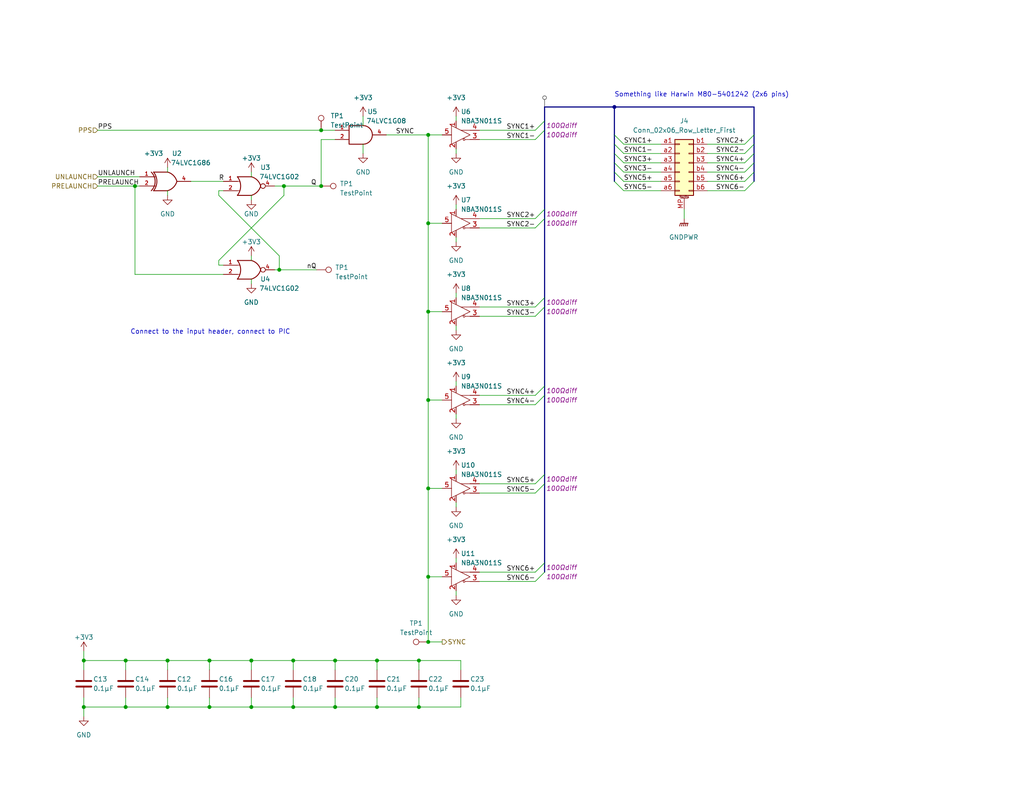
<source format=kicad_sch>
(kicad_sch (version 20230121) (generator eeschema)
  (paper "USLetter")
  (title_block (title "FOXSI-4 Plenum Board") (rev "1") (company "University of Minnesota") (comment 1 "Author: Thanasi Pantazides, panta013@umn.edu"))
  (lib_symbols
    (symbol "74xGxx:74LVC1G02" (pin_names (offset 1.016))
      (property "Reference" "U" (at -2.54 3.81 0))
      (property "Value" "74LVC1G02" (at 0 -3.81 0))
      (symbol "74LVC1G02_0_1"
        (arc (start -3.81 -2.54) (mid -2.919 0) (end -3.81 2.54) (stroke (width 0.254)))
        (arc (start 0 -2.54) (mid 1.601 -1.601) (end 2.54 0) (stroke (width 0.254)))
        (polyline (pts (xy -3.81 -1.27) (xy -3.175 -1.27)))
        (polyline (pts (xy -3.81 1.27) (xy -3.175 1.27)))
        (polyline (pts (xy 0 -2.54) (xy -3.81 -2.54)) (stroke (width 0.254)) (fill (type background)))
        (polyline (pts (xy 0 2.54) (xy -3.81 2.54)) (stroke (width 0.254)) (fill (type background)))
        (arc (start 2.54 0) (mid 1.6136 1.6136) (end 0 2.54) (stroke (width 0.254)))
      )
      (symbol "74LVC1G02_1_1"
        (pin input line (at -7.62 1.27 0) (length 3.81) (name "~") (number "1"))
        (pin input line (at -7.62 -1.27 0) (length 3.81) (name "~") (number "2"))
        (pin power_in line (at 0 -2.54 270) (length 0) hide (name "GND") (number "3"))
        (pin output inverted (at 6.35 0 180) (length 3.81) (name "~") (number "4"))
        (pin power_in line (at 0 2.54 90) (length 0) hide (name "VCC") (number "5"))
      )
    )
    (symbol "74xGxx:74LVC1G08" (pin_names (offset 1.016))
      (property "Reference" "U" (at -2.54 3.81 0))
      (property "Value" "74LVC1G08" (at 0 -3.81 0))
      (symbol "74LVC1G08_0_1"
        (arc (start 0 -2.54) (mid 2.529 0) (end 0 2.54) (stroke (width 0.254)))
        (polyline (pts (xy 0 -2.54) (xy -3.81 -2.54) (xy -3.81 2.54) (xy 0 2.54)) (stroke (width 0.254)))
      )
      (symbol "74LVC1G08_1_1"
        (pin input line (at -7.62 1.27 0) (length 3.81) (name "~") (number "1"))
        (pin input line (at -7.62 -1.27 0) (length 3.81) (name "~") (number "2"))
        (pin power_in line (at 0 -2.54 270) (length 0) hide (name "GND") (number "3"))
        (pin output line (at 6.35 0 180) (length 3.81) (name "~") (number "4"))
        (pin power_in line (at 0 2.54 90) (length 0) hide (name "VCC") (number "5"))
      )
    )
    (symbol "74xGxx:74LVC1G86" (pin_names (offset 1.016))
      (property "Reference" "U" (at -2.54 3.81 0))
      (property "Value" "74LVC1G86" (at 0 -3.81 0))
      (symbol "74LVC1G86_0_1"
        (arc (start -4.445 -2.54) (mid -3.3929 0) (end -4.445 2.54) (stroke (width 0.254)))
        (arc (start -3.81 -2.54) (mid -2.919 0) (end -3.81 2.54) (stroke (width 0.254)))
        (arc (start 0 -2.54) (mid 1.601 -1.601) (end 2.54 0) (stroke (width 0.254)))
        (polyline (pts (xy -3.81 -1.27) (xy -3.175 -1.27)))
        (polyline (pts (xy -3.81 1.27) (xy -3.175 1.27)))
        (polyline (pts (xy 0 -2.54) (xy -3.81 -2.54)) (stroke (width 0.254)) (fill (type background)))
        (polyline (pts (xy 0 2.54) (xy -3.81 2.54)) (stroke (width 0.254)) (fill (type background)))
        (arc (start 2.54 0) (mid 1.6136 1.6136) (end 0 2.54) (stroke (width 0.254)))
      )
      (symbol "74LVC1G86_1_1"
        (pin input line (at -7.62 1.27 0) (length 3.81) (name "~") (number "1"))
        (pin input line (at -7.62 -1.27 0) (length 3.81) (name "~") (number "2"))
        (pin power_in line (at 0 -2.54 270) (length 0) hide (name "GND") (number "3"))
        (pin output line (at 6.35 0 180) (length 3.81) (name "~") (number "4"))
        (pin power_in line (at 0 2.54 90) (length 0) hide (name "VCC") (number "5"))
      )
    )
    (symbol "Connector:TestPoint" (pin_numbers hide) (pin_names (offset 0.762) hide)
      (property "Reference" "TP" (at 0 6.858 0))
      (property "Value" "TestPoint" (at 0 5.08 0))
      (symbol "TestPoint_0_1"
        (circle (center 0 3.302) (radius 0.762))
      )
      (symbol "TestPoint_1_1"
        (pin passive line (at 0 0 90) (length 2.54) (name "1") (number "1"))
      )
    )
    (symbol "Connector_Generic_MountingPin:Conn_02x06_Row_Letter_First_MountingPin" (pin_names (offset 1.016) hide)
      (property "Reference" "J" (at 1.27 7.62 0))
      (property "Value" "Conn_02x06_Row_Letter_First_MountingPin" (at 2.54 -10.16 0))
      (symbol "Conn_02x06_Row_Letter_First_MountingPin_1_1"
        (rectangle (start -1.27 -7.493) (end 0 -7.747) (stroke (width 0.1524)))
        (rectangle (start -1.27 -4.953) (end 0 -5.207) (stroke (width 0.1524)))
        (rectangle (start -1.27 -2.413) (end 0 -2.667) (stroke (width 0.1524)))
        (rectangle (start -1.27 0.127) (end 0 -0.127) (stroke (width 0.1524)))
        (rectangle (start -1.27 2.667) (end 0 2.413) (stroke (width 0.1524)))
        (rectangle (start -1.27 5.207) (end 0 4.953) (stroke (width 0.1524)))
        (rectangle (start -1.27 6.35) (end 3.81 -8.89) (stroke (width 0.254)) (fill (type background)))
        (polyline (pts (xy 0.254 -9.652) (xy 2.286 -9.652)) (stroke (width 0.1524)))
        (rectangle (start 3.81 -7.493) (end 2.54 -7.747) (stroke (width 0.1524)))
        (rectangle (start 3.81 -4.953) (end 2.54 -5.207) (stroke (width 0.1524)))
        (rectangle (start 3.81 -2.413) (end 2.54 -2.667) (stroke (width 0.1524)))
        (rectangle (start 3.81 0.127) (end 2.54 -0.127) (stroke (width 0.1524)))
        (rectangle (start 3.81 2.667) (end 2.54 2.413) (stroke (width 0.1524)))
        (rectangle (start 3.81 5.207) (end 2.54 4.953) (stroke (width 0.1524)))
        (text "Mounting" (at 1.27 -9.271 0) (effects (font (size 0.381 0.381))))
        (pin passive line (at 1.27 -12.7 90) (length 3.048) (name "MountPin") (number "MP"))
        (pin passive line (at -5.08 5.08 0) (length 3.81) (name "Pin_a1") (number "a1"))
        (pin passive line (at -5.08 2.54 0) (length 3.81) (name "Pin_a2") (number "a2"))
        (pin passive line (at -5.08 0 0) (length 3.81) (name "Pin_a3") (number "a3"))
        (pin passive line (at -5.08 -2.54 0) (length 3.81) (name "Pin_a4") (number "a4"))
        (pin passive line (at -5.08 -5.08 0) (length 3.81) (name "Pin_a5") (number "a5"))
        (pin passive line (at -5.08 -7.62 0) (length 3.81) (name "Pin_a6") (number "a6"))
        (pin passive line (at 7.62 5.08 180) (length 3.81) (name "Pin_b1") (number "b1"))
        (pin passive line (at 7.62 2.54 180) (length 3.81) (name "Pin_b2") (number "b2"))
        (pin passive line (at 7.62 0 180) (length 3.81) (name "Pin_b3") (number "b3"))
        (pin passive line (at 7.62 -2.54 180) (length 3.81) (name "Pin_b4") (number "b4"))
        (pin passive line (at 7.62 -5.08 180) (length 3.81) (name "Pin_b5") (number "b5"))
        (pin passive line (at 7.62 -7.62 180) (length 3.81) (name "Pin_b6") (number "b6"))
      )
    )
    (symbol "Device:C" (pin_numbers hide) (pin_names (offset 0.254))
      (property "Reference" "C" (at 0.635 2.54 0))
      (property "Value" "C" (at 0.635 -2.54 0))
      (symbol "C_0_1"
        (polyline (pts (xy -2.032 -0.762) (xy 2.032 -0.762)) (stroke (width 0.508)))
        (polyline (pts (xy -2.032 0.762) (xy 2.032 0.762)) (stroke (width 0.508)))
      )
      (symbol "C_1_1"
        (pin passive line (at 0 3.81 270) (length 2.794) (name "~") (number "1"))
        (pin passive line (at 0 -3.81 90) (length 2.794) (name "~") (number "2"))
      )
    )
    (symbol "Interface_LineDriver:NBA3N011S"
      (property "Reference" "U" (at 0 3.81 0))
      (property "Value" "NBA3N011S" (at 5.08 1.27 0))
      (symbol "NBA3N011S_0_1"
        (polyline (pts (xy 0 -2.54) (xy 2.54 -2.54)))
        (polyline (pts (xy 1.27 -5.08) (xy 2.54 -5.08)))
        (polyline (pts (xy -2.54 -1.27) (xy -2.54 -6.35) (xy 2.54 -3.81) (xy -2.54 -1.27)))
        (circle (center 0.889 -5.08) (radius 0.254))
      )
      (symbol "NBA3N011S_1_1"
        (pin power_in line (at -1.27 0 270) (length 1.8) (name "") (number "1"))
        (pin passive line (at -1.27 -7.62 90) (length 1.8) (name "") (number "2"))
        (pin input line (at 5.08 -5.08 180) (length 2.54) (name "") (number "3"))
        (pin input line (at 5.08 -2.54 180) (length 2.54) (name "") (number "4"))
        (pin input line (at -5.08 -3.81 0) (length 2.54) (name "") (number "5"))
      )
    )
    (symbol "power:+3V3" (power) (pin_names (offset 0))
      (property "Value" "+3V3" (at 0 3.556 0))
      (symbol "+3V3_0_1"
        (polyline (pts (xy -0.762 1.27) (xy 0 2.54)))
        (polyline (pts (xy 0 0) (xy 0 2.54)))
        (polyline (pts (xy 0 2.54) (xy 0.762 1.27)))
      )
      (symbol "+3V3_1_1"
        (pin power_in line (at 0 0 90) (length 0) hide (name "+3V3") (number "1"))
      )
    )
    (symbol "power:GND" (power) (pin_names (offset 0))
      (property "Value" "GND" (at 0 -3.81 0))
      (symbol "GND_0_1"
        (polyline (pts (xy 0 0) (xy 0 -1.27) (xy 1.27 -1.27) (xy 0 -2.54) (xy -1.27 -1.27) (xy 0 -1.27)))
      )
      (symbol "GND_1_1"
        (pin power_in line (at 0 0 270) (length 0) hide (name "GND") (number "1"))
      )
    )
    (symbol "power:GNDPWR" (power) (pin_names (offset 0))
      (property "Value" "GNDPWR" (at 0 -3.302 0))
      (symbol "GNDPWR_0_1"
        (polyline (pts (xy 0 -1.27) (xy 0 0)))
        (polyline (pts (xy -1.016 -1.27) (xy -1.27 -2.032) (xy -1.27 -2.032)) (stroke (width 0.2032)))
        (polyline (pts (xy -0.508 -1.27) (xy -0.762 -2.032) (xy -0.762 -2.032)) (stroke (width 0.2032)))
        (polyline (pts (xy 0 -1.27) (xy -0.254 -2.032) (xy -0.254 -2.032)) (stroke (width 0.2032)))
        (polyline (pts (xy 0.508 -1.27) (xy 0.254 -2.032) (xy 0.254 -2.032)) (stroke (width 0.2032)))
        (polyline (pts (xy 1.016 -1.27) (xy -1.016 -1.27) (xy -1.016 -1.27)) (stroke (width 0.2032)))
        (polyline (pts (xy 1.016 -1.27) (xy 0.762 -2.032) (xy 0.762 -2.032) (xy 0.762 -2.032)) (stroke (width 0.2032)))
      )
      (symbol "GNDPWR_1_1"
        (pin power_in line (at 0 0 270) (length 0) hide (name "GNDPWR") (number "1"))
      )
    )
  )
  (junction (at 102.87 180.34))
  (junction (at 22.86 193.04))
  (junction (at 80.01 193.04))
  (junction (at 34.29 193.04))
  (junction (at 87.63 50.8))
  (junction (at 114.3 193.04))
  (junction (at 91.44 180.34))
  (junction (at 76.2 73.66))
  (junction (at 77.47 50.8))
  (junction (at 114.3 180.34))
  (junction (at 45.72 193.04))
  (junction (at 116.84 109.22))
  (junction (at 91.44 193.04))
  (junction (at 167.64 29.21))
  (junction (at 36.83 50.8))
  (junction (at 57.15 180.34))
  (junction (at 102.87 193.04))
  (junction (at 116.84 157.48))
  (junction (at 87.63 35.56))
  (junction (at 68.58 180.34))
  (junction (at 34.29 180.34))
  (junction (at 45.72 180.34))
  (junction (at 68.58 193.04))
  (junction (at 22.86 180.34))
  (junction (at 116.84 60.96))
  (junction (at 116.84 85.09))
  (junction (at 57.15 193.04))
  (junction (at 80.01 180.34))
  (junction (at 116.84 36.83))
  (junction (at 116.84 175.26))
  (junction (at 116.84 133.35))
  (bus_entry (at 203.2 52.07) (size 2.54 -2.54))
  (bus_entry (at 203.2 44.45) (size 2.54 -2.54))
  (bus_entry (at 203.2 46.99) (size 2.54 -2.54))
  (bus_entry (at 203.2 49.53) (size 2.54 -2.54))
  (bus_entry (at 203.2 41.91) (size 2.54 -2.54))
  (bus_entry (at 203.2 39.37) (size 2.54 -2.54))
  (bus_entry (at 167.64 46.99) (size 2.54 2.54))
  (bus_entry (at 167.64 44.45) (size 2.54 2.54))
  (bus_entry (at 167.64 49.53) (size 2.54 2.54))
  (bus_entry (at 167.64 41.91) (size 2.54 2.54))
  (bus_entry (at 167.64 39.37) (size 2.54 2.54))
  (bus_entry (at 167.64 36.83) (size 2.54 2.54))
  (bus_entry (at 146.05 132.08) (size 2.54 -2.54))
  (bus_entry (at 146.05 134.62) (size 2.54 -2.54))
  (bus_entry (at 146.05 62.23) (size 2.54 -2.54))
  (bus_entry (at 146.05 59.69) (size 2.54 -2.54))
  (bus_entry (at 146.05 38.1) (size 2.54 -2.54))
  (bus_entry (at 146.05 35.56) (size 2.54 -2.54))
  (bus_entry (at 146.05 86.36) (size 2.54 -2.54))
  (bus_entry (at 146.05 83.82) (size 2.54 -2.54))
  (bus_entry (at 146.05 110.49) (size 2.54 -2.54))
  (bus_entry (at 146.05 107.95) (size 2.54 -2.54))
  (bus_entry (at 146.05 156.21) (size 2.54 -2.54))
  (bus_entry (at 146.05 158.75) (size 2.54 -2.54))
  (wire (pts (xy 130.81 62.23) (xy 146.05 62.23)))
  (wire (pts (xy 130.81 132.08) (xy 146.05 132.08)))
  (wire (pts (xy 26.67 35.56) (xy 87.63 35.56)))
  (wire (pts (xy 193.04 52.07) (xy 203.2 52.07)))
  (wire (pts (xy 116.84 60.96) (xy 120.65 60.96)))
  (wire (pts (xy 125.73 190.5) (xy 125.73 193.04)))
  (wire (pts (xy 22.86 193.04) (xy 22.86 195.58)))
  (wire (pts (xy 114.3 190.5) (xy 114.3 193.04)))
  (wire (pts (xy 186.69 57.15) (xy 186.69 59.69)))
  (wire (pts (xy 124.46 31.75) (xy 124.46 33.02)))
  (wire (pts (xy 57.15 190.5) (xy 57.15 193.04)))
  (wire (pts (xy 116.84 175.26) (xy 116.84 157.48)))
  (bus (pts (xy 148.59 107.95) (xy 148.59 105.41)))
  (wire (pts (xy 76.2 73.66) (xy 86.36 73.66)))
  (bus (pts (xy 205.74 41.91) (xy 205.74 44.45)))
  (bus (pts (xy 148.59 105.41) (xy 148.59 83.82)))
  (wire (pts (xy 170.18 49.53) (xy 180.34 49.53)))
  (wire (pts (xy 193.04 41.91) (xy 203.2 41.91)))
  (wire (pts (xy 68.58 180.34) (xy 68.58 182.88)))
  (bus (pts (xy 148.59 132.08) (xy 148.59 129.54)))
  (wire (pts (xy 91.44 38.1) (xy 87.63 38.1)))
  (wire (pts (xy 193.04 44.45) (xy 203.2 44.45)))
  (wire (pts (xy 45.72 190.5) (xy 45.72 193.04)))
  (wire (pts (xy 26.67 50.8) (xy 36.83 50.8)))
  (bus (pts (xy 167.64 29.21) (xy 167.64 36.83)))
  (wire (pts (xy 170.18 41.91) (xy 180.34 41.91)))
  (wire (pts (xy 59.69 72.39) (xy 60.96 72.39)))
  (wire (pts (xy 170.18 52.07) (xy 180.34 52.07)))
  (wire (pts (xy 130.81 59.69) (xy 146.05 59.69)))
  (wire (pts (xy 116.84 36.83) (xy 120.65 36.83)))
  (bus (pts (xy 148.59 35.56) (xy 148.59 33.02)))
  (wire (pts (xy 80.01 193.04) (xy 68.58 193.04)))
  (wire (pts (xy 52.07 49.53) (xy 60.96 49.53)))
  (wire (pts (xy 130.81 86.36) (xy 146.05 86.36)))
  (wire (pts (xy 45.72 180.34) (xy 34.29 180.34)))
  (wire (pts (xy 170.18 39.37) (xy 180.34 39.37)))
  (wire (pts (xy 125.73 180.34) (xy 114.3 180.34)))
  (wire (pts (xy 57.15 180.34) (xy 45.72 180.34)))
  (bus (pts (xy 167.64 41.91) (xy 167.64 44.45)))
  (wire (pts (xy 116.84 60.96) (xy 116.84 85.09)))
  (wire (pts (xy 68.58 46.99) (xy 68.58 48.26)))
  (bus (pts (xy 205.74 44.45) (xy 205.74 46.99)))
  (wire (pts (xy 36.83 74.93) (xy 36.83 50.8)))
  (bus (pts (xy 205.74 36.83) (xy 205.74 39.37)))
  (wire (pts (xy 34.29 190.5) (xy 34.29 193.04)))
  (bus (pts (xy 167.64 44.45) (xy 167.64 46.99)))
  (wire (pts (xy 116.84 109.22) (xy 120.65 109.22)))
  (wire (pts (xy 77.47 50.8) (xy 77.47 53.34)))
  (wire (pts (xy 26.67 48.26) (xy 38.1 48.26)))
  (bus (pts (xy 148.59 29.21) (xy 148.59 33.02)))
  (wire (pts (xy 68.58 190.5) (xy 68.58 193.04)))
  (wire (pts (xy 120.65 175.26) (xy 116.84 175.26)))
  (wire (pts (xy 91.44 180.34) (xy 80.01 180.34)))
  (wire (pts (xy 116.84 85.09) (xy 116.84 109.22)))
  (wire (pts (xy 116.84 85.09) (xy 120.65 85.09)))
  (wire (pts (xy 125.73 193.04) (xy 114.3 193.04)))
  (wire (pts (xy 114.3 180.34) (xy 102.87 180.34)))
  (bus (pts (xy 148.59 29.21) (xy 167.64 29.21)))
  (wire (pts (xy 124.46 80.01) (xy 124.46 81.28)))
  (wire (pts (xy 91.44 180.34) (xy 91.44 182.88)))
  (wire (pts (xy 80.01 180.34) (xy 80.01 182.88)))
  (wire (pts (xy 59.69 71.12) (xy 77.47 53.34)))
  (wire (pts (xy 130.81 38.1) (xy 146.05 38.1)))
  (wire (pts (xy 124.46 104.14) (xy 124.46 105.41)))
  (wire (pts (xy 130.81 134.62) (xy 146.05 134.62)))
  (wire (pts (xy 124.46 40.64) (xy 124.46 41.91)))
  (wire (pts (xy 59.69 53.34) (xy 76.2 69.85)))
  (wire (pts (xy 116.84 133.35) (xy 120.65 133.35)))
  (wire (pts (xy 59.69 71.12) (xy 59.69 72.39)))
  (wire (pts (xy 45.72 45.72) (xy 45.72 46.99)))
  (wire (pts (xy 34.29 180.34) (xy 34.29 182.88)))
  (wire (pts (xy 116.84 109.22) (xy 116.84 133.35)))
  (wire (pts (xy 59.69 52.07) (xy 59.69 53.34)))
  (wire (pts (xy 80.01 190.5) (xy 80.01 193.04)))
  (wire (pts (xy 68.58 76.2) (xy 68.58 77.47)))
  (wire (pts (xy 36.83 50.8) (xy 38.1 50.8)))
  (wire (pts (xy 87.63 35.56) (xy 91.44 35.56)))
  (wire (pts (xy 74.93 50.8) (xy 77.47 50.8)))
  (wire (pts (xy 68.58 69.85) (xy 68.58 71.12)))
  (wire (pts (xy 102.87 193.04) (xy 91.44 193.04)))
  (wire (pts (xy 130.81 83.82) (xy 146.05 83.82)))
  (wire (pts (xy 22.86 193.04) (xy 22.86 190.5)))
  (wire (pts (xy 80.01 180.34) (xy 68.58 180.34)))
  (wire (pts (xy 87.63 38.1) (xy 87.63 50.8)))
  (wire (pts (xy 22.86 180.34) (xy 22.86 182.88)))
  (wire (pts (xy 170.18 46.99) (xy 180.34 46.99)))
  (wire (pts (xy 193.04 39.37) (xy 203.2 39.37)))
  (wire (pts (xy 34.29 180.34) (xy 22.86 180.34)))
  (wire (pts (xy 36.83 74.93) (xy 60.96 74.93)))
  (wire (pts (xy 125.73 182.88) (xy 125.73 180.34)))
  (wire (pts (xy 105.41 36.83) (xy 116.84 36.83)))
  (bus (pts (xy 167.64 46.99) (xy 167.64 49.53)))
  (wire (pts (xy 124.46 88.9) (xy 124.46 90.17)))
  (bus (pts (xy 148.59 129.54) (xy 148.59 107.95)))
  (bus (pts (xy 167.64 36.83) (xy 167.64 39.37)))
  (wire (pts (xy 120.65 157.48) (xy 116.84 157.48)))
  (wire (pts (xy 124.46 152.4) (xy 124.46 153.67)))
  (bus (pts (xy 205.74 29.21) (xy 205.74 36.83)))
  (bus (pts (xy 148.59 57.15) (xy 148.59 35.56)))
  (wire (pts (xy 22.86 177.8) (xy 22.86 180.34)))
  (wire (pts (xy 124.46 137.16) (xy 124.46 138.43)))
  (wire (pts (xy 130.81 110.49) (xy 146.05 110.49)))
  (bus (pts (xy 167.64 39.37) (xy 167.64 41.91)))
  (wire (pts (xy 76.2 69.85) (xy 76.2 73.66)))
  (wire (pts (xy 57.15 180.34) (xy 57.15 182.88)))
  (wire (pts (xy 102.87 190.5) (xy 102.87 193.04)))
  (wire (pts (xy 114.3 193.04) (xy 102.87 193.04)))
  (wire (pts (xy 99.06 39.37) (xy 99.06 41.91)))
  (wire (pts (xy 45.72 180.34) (xy 45.72 182.88)))
  (wire (pts (xy 99.06 31.75) (xy 99.06 34.29)))
  (wire (pts (xy 114.3 180.34) (xy 114.3 182.88)))
  (wire (pts (xy 68.58 180.34) (xy 57.15 180.34)))
  (wire (pts (xy 68.58 193.04) (xy 57.15 193.04)))
  (bus (pts (xy 148.59 59.69) (xy 148.59 57.15)))
  (wire (pts (xy 124.46 113.03) (xy 124.46 114.3)))
  (bus (pts (xy 148.59 132.08) (xy 148.59 153.67)))
  (wire (pts (xy 193.04 49.53) (xy 203.2 49.53)))
  (wire (pts (xy 76.2 73.66) (xy 74.93 73.66)))
  (bus (pts (xy 205.74 46.99) (xy 205.74 49.53)))
  (wire (pts (xy 130.81 107.95) (xy 146.05 107.95)))
  (wire (pts (xy 124.46 55.88) (xy 124.46 57.15)))
  (wire (pts (xy 45.72 52.07) (xy 45.72 53.34)))
  (wire (pts (xy 68.58 53.34) (xy 68.58 54.61)))
  (bus (pts (xy 148.59 83.82) (xy 148.59 81.28)))
  (wire (pts (xy 130.81 158.75) (xy 146.05 158.75)))
  (bus (pts (xy 148.59 81.28) (xy 148.59 59.69)))
  (wire (pts (xy 116.84 133.35) (xy 116.84 157.48)))
  (wire (pts (xy 91.44 193.04) (xy 80.01 193.04)))
  (bus (pts (xy 148.59 153.67) (xy 148.59 156.21)))
  (bus (pts (xy 167.64 29.21) (xy 205.74 29.21)))
  (wire (pts (xy 124.46 64.77) (xy 124.46 66.04)))
  (wire (pts (xy 77.47 50.8) (xy 87.63 50.8)))
  (wire (pts (xy 102.87 180.34) (xy 102.87 182.88)))
  (wire (pts (xy 124.46 161.29) (xy 124.46 162.56)))
  (wire (pts (xy 170.18 44.45) (xy 180.34 44.45)))
  (bus (pts (xy 205.74 39.37) (xy 205.74 41.91)))
  (wire (pts (xy 193.04 46.99) (xy 203.2 46.99)))
  (wire (pts (xy 57.15 193.04) (xy 45.72 193.04)))
  (wire (pts (xy 102.87 180.34) (xy 91.44 180.34)))
  (wire (pts (xy 91.44 190.5) (xy 91.44 193.04)))
  (wire (pts (xy 59.69 52.07) (xy 60.96 52.07)))
  (wire (pts (xy 116.84 36.83) (xy 116.84 60.96)))
  (wire (pts (xy 45.72 193.04) (xy 34.29 193.04)))
  (wire (pts (xy 130.81 156.21) (xy 146.05 156.21)))
  (wire (pts (xy 124.46 128.27) (xy 124.46 129.54)))
  (wire (pts (xy 34.29 193.04) (xy 22.86 193.04)))
  (wire (pts (xy 130.81 35.56) (xy 146.05 35.56)))
  (text "Connect to the input header, connect to PIC" (at 35.56 91.44 0) (effects (font (size 1.27 1.27)) (justify left bottom)))
  (text "Something like Harwin M80-5401242 (2x6 pins)" (at 167.64 26.67 0) (effects (font (size 1.27 1.27)) (justify left bottom)))
  (label "SYNC3+" (at 170.18 44.45 0))
  (label "SYNC4+" (at 146.05 107.95 180) (property "Netclass" "100Ωdiff" (at 157.48 106.68 0) (effects (font italic) (justify right))))
  (label "SYNC3-" (at 170.18 46.99 0))
  (label "R" (at 59.69 49.53 0))
  (label "SYNC4-" (at 146.05 110.49 180) (property "Netclass" "100Ωdiff" (at 157.48 109.22 0) (effects (font italic) (justify right))))
  (label "SYNC1-" (at 170.18 41.91 0))
  (label "SYNC3-" (at 146.05 86.36 180) (property "Netclass" "100Ωdiff" (at 157.48 85.09 0) (effects (font italic) (justify right))))
  (label "SYNC1+" (at 146.05 35.56 180) (property "Netclass" "100Ωdiff" (at 157.48 34.29 0) (effects (font italic) (justify right))))
  (label "SYNC4+" (at 203.2 44.45 180))
  (label "SYNC5-" (at 170.18 52.07 0))
  (label "SYNC1+" (at 170.18 39.37 0))
  (label "SYNC2-" (at 146.05 62.23 180) (property "Netclass" "100Ωdiff" (at 157.48 60.96 0) (effects (font italic) (justify right))))
  (label "SYNC2+" (at 146.05 59.69 180) (property "Netclass" "100Ωdiff" (at 157.48 58.42 0) (effects (font italic) (justify right))))
  (label "PRELAUNCH" (at 26.67 50.8 0))
  (label "Q" (at 86.36 50.8 180))
  (label "SYNC4-" (at 203.2 46.99 180))
  (label "UNLAUNCH" (at 26.67 48.26 0))
  (label "nQ" (at 86.36 73.66 180))
  (label "SYNC" (at 107.95 36.83 0))
  (label "PPS" (at 26.67 35.56 0))
  (label "SYNC1-" (at 146.05 38.1 180) (property "Netclass" "100Ωdiff" (at 157.48 36.83 0) (effects (font italic) (justify right))))
  (label "SYNC3+" (at 146.05 83.82 180) (property "Netclass" "100Ωdiff" (at 157.48 82.55 0) (effects (font italic) (justify right))))
  (label "SYNC2-" (at 203.2 41.91 180))
  (label "SYNC5+" (at 170.18 49.53 0))
  (label "SYNC5+" (at 146.05 132.08 180) (property "Netclass" "100Ωdiff" (at 157.48 130.81 0) (effects (font italic) (justify right))))
  (label "SYNC6+" (at 146.05 156.21 180) (property "Netclass" "100Ωdiff" (at 157.48 154.94 0) (effects (font italic) (justify right))))
  (label "SYNC2+" (at 203.2 39.37 180))
  (label "SYNC6+" (at 203.2 49.53 180))
  (label "SYNC6-" (at 203.2 52.07 180))
  (label "SYNC6-" (at 146.05 158.75 180) (property "Netclass" "100Ωdiff" (at 157.48 157.48 0) (effects (font italic) (justify right))))
  (label "SYNC5-" (at 146.05 134.62 180) (property "Netclass" "100Ωdiff" (at 157.48 133.35 0) (effects (font italic) (justify right))))
  (hierarchical_label "SYNC" (shape output) (at 120.65 175.26 0))
  (hierarchical_label "PRELAUNCH" (shape input) (at 26.67 50.8 180))
  (hierarchical_label "PPS" (shape input) (at 26.67 35.56 180))
  (hierarchical_label "UNLAUNCH" (shape input) (at 26.67 48.26 180))
  (netclass_flag "" (length 2.54) (shape round) (at 148.59 29.21 0) (property "Netclass" "100Ωdiff" (effects hide)))
  (symbol (lib_id "Device:C") (at 22.86 186.69 0) (unit 1)
    (property "Reference" "C13" (at 25.4 185.42 0) (effects (justify left)))
    (property "Value" "0.1µF" (at 25.4 187.96 0) (effects (justify left)))
    (property "Footprint" "Capacitor_SMD:C_0603_1608Metric" (effects hide))
  )
  (symbol (lib_id "74xGxx:74LVC1G86") (at 45.72 49.53 0) (unit 1)
    (property "Reference" "U2" (at 48.26 41.91 0))
    (property "Value" "74LVC1G86" (at 52.07 44.45 0))
    (property "Footprint" "Package_TO_SOT_SMD:SOT-23-5" (effects hide))
    (property "Datasheet" "http://www.ti.com/lit/sg/scyt129e/scyt129e.pdf" (effects hide))
  )
  (symbol (lib_id "Device:C") (at 80.01 186.69 0) (unit 1)
    (property "Reference" "C18" (at 82.55 185.42 0) (effects (justify left)))
    (property "Value" "0.1µF" (at 82.55 187.96 0) (effects (justify left)))
    (property "Footprint" "Capacitor_SMD:C_0603_1608Metric" (effects hide))
  )
  (symbol (lib_id "power:GND") (at 124.46 114.3 0) (unit 1)
    (property "Reference" "#PWR0132" (effects hide))
    (property "Value" "GND" (at 124.46 119.38 0))
  )
  (symbol (lib_id "power:GND") (at 124.46 90.17 0) (unit 1)
    (property "Reference" "#PWR0142" (effects hide))
    (property "Value" "GND" (at 124.46 95.25 0))
  )
  (symbol (lib_id "power:GND") (at 124.46 162.56 0) (unit 1)
    (property "Reference" "#PWR0122" (effects hide))
    (property "Value" "GND" (at 124.46 167.64 0))
  )
  (symbol (lib_id "power:GND") (at 45.72 53.34 0) (unit 1)
    (property "Reference" "#PWR0135" (effects hide))
    (property "Value" "GND" (at 45.72 58.42 0))
  )
  (symbol (lib_id "power:+3V3") (at 124.46 152.4 0) (unit 1)
    (property "Reference" "#PWR0123" (effects hide))
    (property "Value" "+3V3" (at 124.46 147.32 0))
  )
  (symbol (lib_id "Device:C") (at 68.58 186.69 0) (unit 1)
    (property "Reference" "C17" (at 71.12 185.42 0) (effects (justify left)))
    (property "Value" "0.1µF" (at 71.12 187.96 0) (effects (justify left)))
    (property "Footprint" "Capacitor_SMD:C_0603_1608Metric" (effects hide))
  )
  (symbol (lib_id "Interface_LineDriver:NBA3N011S") (at 125.73 33.02 0) (unit 1)
    (property "Reference" "U6" (at 125.73 30.48 0) (effects (justify left)))
    (property "Value" "NBA3N011S" (at 125.73 33.02 0) (effects (justify left)))
    (property "Footprint" "Package_TO_SOT_SMD:SOT-23-5" (effects hide))
    (property "Datasheet" "https://www.onsemi.com/pdf/datasheet/nba3n011s-d.pdf" (effects hide))
    (property "Digikey" "NBA3N011SSNT1GOSCT-ND" (effects hide))
  )
  (symbol (lib_id "Device:C") (at 57.15 186.69 0) (unit 1)
    (property "Reference" "C16" (at 59.69 185.42 0) (effects (justify left)))
    (property "Value" "0.1µF" (at 59.69 187.96 0) (effects (justify left)))
    (property "Footprint" "Capacitor_SMD:C_0603_1608Metric" (effects hide))
  )
  (symbol (lib_id "power:+3V3") (at 22.86 177.8 0) (unit 1)
    (property "Reference" "#PWR0130" (effects hide))
    (property "Value" "+3V3" (at 22.86 173.99 0))
  )
  (symbol (lib_id "power:+3V3") (at 99.06 31.75 0) (unit 1)
    (property "Reference" "#PWR0126" (effects hide))
    (property "Value" "+3V3" (at 99.06 26.67 0))
  )
  (symbol (lib_id "power:GND") (at 124.46 41.91 0) (unit 1)
    (property "Reference" "#PWR0144" (effects hide))
    (property "Value" "GND" (at 124.46 46.99 0))
  )
  (symbol (lib_id "Interface_LineDriver:NBA3N011S") (at 125.73 105.41 0) (unit 1)
    (property "Reference" "U9" (at 125.73 102.87 0) (effects (justify left)))
    (property "Value" "NBA3N011S" (at 125.73 105.41 0) (effects (justify left)))
    (property "Footprint" "Package_TO_SOT_SMD:SOT-23-5" (effects hide))
    (property "Datasheet" "https://www.onsemi.com/pdf/datasheet/nba3n011s-d.pdf" (effects hide))
    (property "Digikey" "NBA3N011SSNT1GOSCT-ND" (effects hide))
  )
  (symbol (lib_id "Device:C") (at 34.29 186.69 0) (unit 1)
    (property "Reference" "C14" (at 36.83 185.42 0) (effects (justify left)))
    (property "Value" "0.1µF" (at 36.83 187.96 0) (effects (justify left)))
    (property "Footprint" "Capacitor_SMD:C_0603_1608Metric" (effects hide))
  )
  (symbol (lib_id "power:+3V3") (at 45.72 45.72 0) (unit 1)
    (property "Reference" "#PWR0125" (effects hide))
    (property "Value" "+3V3" (at 41.91 41.91 0))
  )
  (symbol (lib_id "Device:C") (at 91.44 186.69 0) (unit 1)
    (property "Reference" "C20" (at 93.98 185.42 0) (effects (justify left)))
    (property "Value" "0.1µF" (at 93.98 187.96 0) (effects (justify left)))
    (property "Footprint" "Capacitor_SMD:C_0603_1608Metric" (effects hide))
  )
  (symbol (lib_id "Interface_LineDriver:NBA3N011S") (at 125.73 153.67 0) (unit 1)
    (property "Reference" "U11" (at 125.73 151.13 0) (effects (justify left)))
    (property "Value" "NBA3N011S" (at 125.73 153.67 0) (effects (justify left)))
    (property "Footprint" "Package_TO_SOT_SMD:SOT-23-5" (effects hide))
    (property "Datasheet" "https://www.onsemi.com/pdf/datasheet/nba3n011s-d.pdf" (effects hide))
    (property "Digikey" "NBA3N011SSNT1GOSCT-ND" (effects hide))
  )
  (symbol (lib_id "Interface_LineDriver:NBA3N011S") (at 125.73 81.28 0) (unit 1)
    (property "Reference" "U8" (at 125.73 78.74 0) (effects (justify left)))
    (property "Value" "NBA3N011S" (at 125.73 81.28 0) (effects (justify left)))
    (property "Footprint" "Package_TO_SOT_SMD:SOT-23-5" (effects hide))
    (property "Datasheet" "https://www.onsemi.com/pdf/datasheet/nba3n011s-d.pdf" (effects hide))
    (property "Digikey" "NBA3N011SSNT1GOSCT-ND" (effects hide))
  )
  (symbol (lib_id "power:+3V3") (at 124.46 128.27 0) (unit 1)
    (property "Reference" "#PWR0133" (effects hide))
    (property "Value" "+3V3" (at 124.46 123.19 0))
  )
  (symbol (lib_id "power:+3V3") (at 124.46 80.01 0) (unit 1)
    (property "Reference" "#PWR0139" (effects hide))
    (property "Value" "+3V3" (at 124.46 74.93 0))
  )
  (symbol (lib_id "power:GND") (at 124.46 138.43 0) (unit 1)
    (property "Reference" "#PWR0134" (effects hide))
    (property "Value" "GND" (at 124.46 143.51 0))
  )
  (symbol (lib_id "74xGxx:74LVC1G08") (at 99.06 36.83 0) (unit 1)
    (property "Reference" "U5" (at 101.6 30.48 0))
    (property "Value" "74LVC1G08" (at 105.41 33.02 0))
    (property "Footprint" "Package_TO_SOT_SMD:SOT-23-5" (effects hide))
    (property "Datasheet" "http://www.ti.com/lit/sg/scyt129e/scyt129e.pdf" (effects hide))
  )
  (symbol (lib_id "Device:C") (at 114.3 186.69 0) (unit 1)
    (property "Reference" "C22" (at 116.84 185.42 0) (effects (justify left)))
    (property "Value" "0.1µF" (at 116.84 187.96 0) (effects (justify left)))
    (property "Footprint" "Capacitor_SMD:C_0603_1608Metric" (effects hide))
  )
  (symbol (lib_id "power:+3V3") (at 68.58 69.85 0) (unit 1)
    (property "Reference" "#PWR0138" (effects hide))
    (property "Value" "+3V3" (at 68.58 66.04 0))
  )
  (symbol (lib_id "power:+3V3") (at 124.46 104.14 0) (unit 1)
    (property "Reference" "#PWR0143" (effects hide))
    (property "Value" "+3V3" (at 124.46 99.06 0))
  )
  (symbol (lib_id "power:+3V3") (at 124.46 31.75 0) (unit 1)
    (property "Reference" "#PWR0127" (effects hide))
    (property "Value" "+3V3" (at 124.46 26.67 0))
  )
  (symbol (lib_id "power:GND") (at 22.86 195.58 0) (unit 1)
    (property "Reference" "#PWR0131" (effects hide))
    (property "Value" "GND" (at 22.86 200.66 0))
  )
  (symbol (lib_id "power:+3V3") (at 68.58 46.99 0) (unit 1)
    (property "Reference" "#PWR0129" (effects hide))
    (property "Value" "+3V3" (at 68.58 43.18 0))
  )
  (symbol (lib_id "74xGxx:74LVC1G02") (at 68.58 50.8 0) (unit 1)
    (property "Reference" "U3" (at 72.39 45.72 0))
    (property "Value" "74LVC1G02" (at 76.2 48.26 0))
    (property "Footprint" "Package_TO_SOT_SMD:SOT-23-5" (effects hide))
    (property "Datasheet" "http://www.ti.com/lit/sg/scyt129e/scyt129e.pdf" (effects hide))
  )
  (symbol (lib_id "power:GND") (at 124.46 66.04 0) (unit 1)
    (property "Reference" "#PWR0140" (effects hide))
    (property "Value" "GND" (at 124.46 71.12 0))
  )
  (symbol (lib_id "Device:C") (at 125.73 186.69 0) (unit 1)
    (property "Reference" "C23" (at 128.27 185.42 0) (effects (justify left)))
    (property "Value" "0.1µF" (at 128.27 187.96 0) (effects (justify left)))
    (property "Footprint" "Capacitor_SMD:C_0603_1608Metric" (effects hide))
  )
  (symbol (lib_id "power:GND") (at 99.06 41.91 0) (unit 1)
    (property "Reference" "#PWR0124" (effects hide))
    (property "Value" "GND" (at 99.06 46.99 0))
  )
  (symbol (lib_id "Connector:TestPoint") (at 87.63 50.8 270) (unit 1)
    (property "Reference" "TP1" (at 92.71 50.165 90) (effects (justify left)))
    (property "Value" "TestPoint" (at 92.71 52.705 90) (effects (justify left)))
    (property "Footprint" "TestPoint:TestPoint_THTPad_D2.0mm_Drill1.0mm" (effects hide))
    (instances (project "plenum" (path "" (reference "TP1") (unit 1)) (path "" (reference "TP7") (unit 1))))
  )
  (symbol (lib_id "Connector:TestPoint") (at 116.84 175.26 90) (unit 1)
    (property "Reference" "TP1" (at 113.538 170.18 90))
    (property "Value" "TestPoint" (at 113.538 172.72 90))
    (property "Footprint" "TestPoint:TestPoint_THTPad_D2.0mm_Drill1.0mm" (effects hide))
    (instances (project "plenum" (path "" (reference "TP1") (unit 1)) (path "" (reference "TP5") (unit 1))))
  )
  (symbol (lib_id "Device:C") (at 45.72 186.69 0) (unit 1)
    (property "Reference" "C12" (at 48.26 185.42 0) (effects (justify left)))
    (property "Value" "0.1µF" (at 48.26 187.96 0) (effects (justify left)))
    (property "Footprint" "Capacitor_SMD:C_0603_1608Metric" (effects hide))
  )
  (symbol (lib_id "power:GND") (at 68.58 54.61 0) (unit 1)
    (property "Reference" "#PWR0136" (effects hide))
    (property "Value" "GND" (at 68.58 58.42 0))
  )
  (symbol (lib_id "Interface_LineDriver:NBA3N011S") (at 125.73 57.15 0) (unit 1)
    (property "Reference" "U7" (at 125.73 54.61 0) (effects (justify left)))
    (property "Value" "NBA3N011S" (at 125.73 57.15 0) (effects (justify left)))
    (property "Footprint" "Package_TO_SOT_SMD:SOT-23-5" (effects hide))
    (property "Datasheet" "https://www.onsemi.com/pdf/datasheet/nba3n011s-d.pdf" (effects hide))
    (property "Digikey" "NBA3N011SSNT1GOSCT-ND" (effects hide))
  )
  (symbol (lib_id "power:GND") (at 68.58 77.47 0) (unit 1)
    (property "Reference" "#PWR0137" (effects hide))
    (property "Value" "GND" (at 68.58 82.55 0))
  )
  (symbol (lib_id "Device:C") (at 102.87 186.69 0) (unit 1)
    (property "Reference" "C21" (at 105.41 185.42 0) (effects (justify left)))
    (property "Value" "0.1µF" (at 105.41 187.96 0) (effects (justify left)))
    (property "Footprint" "Capacitor_SMD:C_0603_1608Metric" (effects hide))
  )
  (symbol (lib_id "power:+3V3") (at 124.46 55.88 0) (unit 1)
    (property "Reference" "#PWR0128" (effects hide))
    (property "Value" "+3V3" (at 124.46 50.8 0))
  )
  (symbol (lib_id "Connector:TestPoint") (at 86.36 73.66 270) (unit 1)
    (property "Reference" "TP1" (at 91.44 73.025 90) (effects (justify left)))
    (property "Value" "TestPoint" (at 91.44 75.565 90) (effects (justify left)))
    (property "Footprint" "TestPoint:TestPoint_THTPad_D2.0mm_Drill1.0mm" (effects hide))
    (instances (project "plenum" (path "" (reference "TP1") (unit 1)) (path "" (reference "TP8") (unit 1))))
  )
  (symbol (lib_id "74xGxx:74LVC1G02") (at 68.58 73.66 0) (unit 1)
    (property "Reference" "U4" (at 72.39 76.2 0))
    (property "Value" "74LVC1G02" (at 76.2 78.74 0))
    (property "Footprint" "Package_TO_SOT_SMD:SOT-23-5" (effects hide))
    (property "Datasheet" "http://www.ti.com/lit/sg/scyt129e/scyt129e.pdf" (effects hide))
  )
  (symbol (lib_id "Connector:TestPoint") (at 87.63 35.56 0) (unit 1)
    (property "Reference" "TP1" (at 90.17 31.623 0) (effects (justify left)))
    (property "Value" "TestPoint" (at 90.17 34.163 0) (effects (justify left)))
    (property "Footprint" "TestPoint:TestPoint_THTPad_D2.0mm_Drill1.0mm" (effects hide))
    (instances (project "plenum" (path "" (reference "TP1") (unit 1)) (path "" (reference "TP6") (unit 1))))
  )
  (symbol (lib_id "Interface_LineDriver:NBA3N011S") (at 125.73 129.54 0) (unit 1)
    (property "Reference" "U10" (at 125.73 127 0) (effects (justify left)))
    (property "Value" "NBA3N011S" (at 125.73 129.54 0) (effects (justify left)))
    (property "Footprint" "Package_TO_SOT_SMD:SOT-23-5" (effects hide))
    (property "Datasheet" "https://www.onsemi.com/pdf/datasheet/nba3n011s-d.pdf" (effects hide))
    (property "Digikey" "NBA3N011SSNT1GOSCT-ND" (effects hide))
  )
  (symbol (lib_id "power:GNDPWR") (at 186.69 59.69 0) (unit 1)
    (property "Reference" "#PWR031" (effects hide))
    (property "Value" "GNDPWR" (at 186.563 64.77 0))
  )
  (symbol (lib_id "Connector_Generic_MountingPin:Conn_02x06_Row_Letter_First_MountingPin") (at 185.42 44.45 0) (unit 1)
    (property "Reference" "J4" (at 186.69 33.02 0))
    (property "Value" "Conn_02x06_Row_Letter_First" (at 186.69 35.56 0))
    (property "Footprint" "Connector_Harwin:Harwin_JTek-Male_2x6_P2.00mm_Horizontal" (effects hide))
  )
)
</source>
